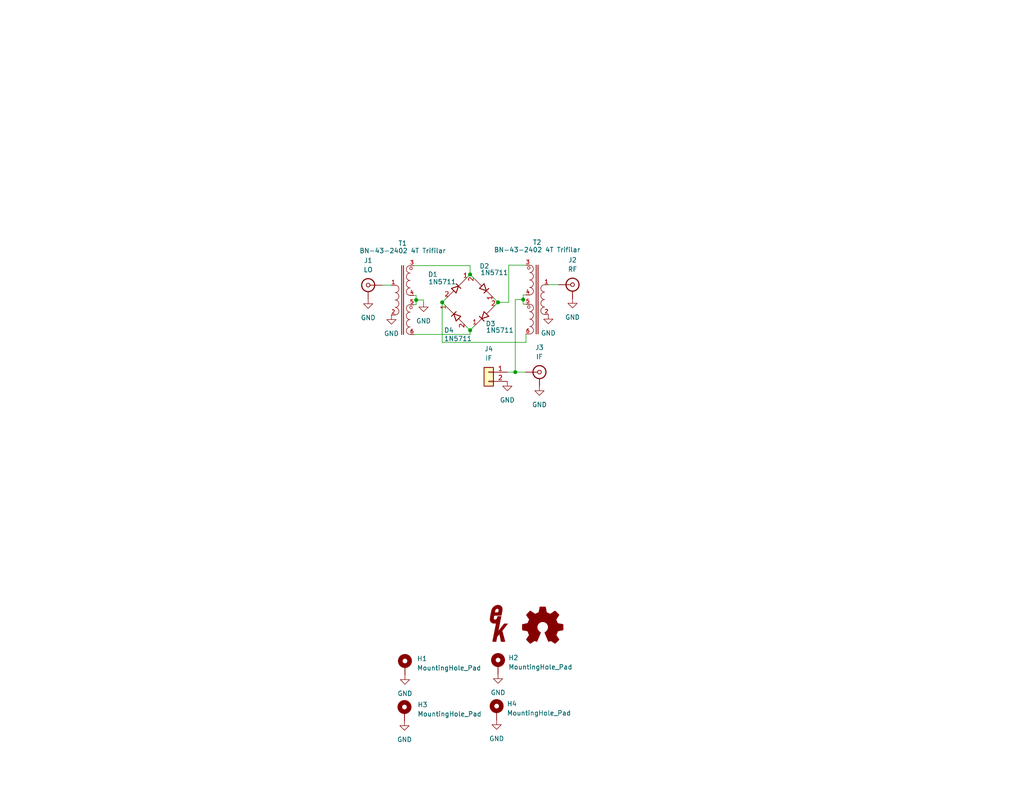
<source format=kicad_sch>
(kicad_sch (version 20230121) (generator eeschema)
  (paper "USLetter")
  (title_block (title "Project Yamhill Diode Ring Mixer") (date "2023-09-06") (rev "A") (company "Etherkit"))
  (lib_symbols
    (symbol "Connector_Generic:Conn_01x02" (pin_names (offset 1.016) hide)
      (property "Reference" "J" (at 0 2.54 0))
      (property "Value" "Conn_01x02" (at 0 -5.08 0))
      (symbol "Conn_01x02_1_1"
        (rectangle (start -1.27 -2.413) (end 0 -2.667) (stroke (width 0.1524)))
        (rectangle (start -1.27 0.127) (end 0 -0.127) (stroke (width 0.1524)))
        (rectangle (start -1.27 1.27) (end 1.27 -3.81) (stroke (width 0.254)) (fill (type background)))
        (pin passive line (at -5.08 0 0) (length 3.81) (name "Pin_1") (number "1"))
        (pin passive line (at -5.08 -2.54 0) (length 3.81) (name "Pin_2") (number "2"))
      )
    )
    (symbol "EtherkitKicadLibrary:BNC" (pin_numbers hide) (pin_names (offset 1.016) hide)
      (property "Reference" "J" (at 0 4.572 0))
      (property "Value" "BNC" (at 0 2.794 0))
      (symbol "BNC_0_1"
        (circle (center 0 0) (radius 0.508) (stroke (width 0.2032)))
        (circle (center 0 0) (radius 1.778) (stroke (width 0.3048)))
      )
      (symbol "BNC_1_1"
        (pin passive line (at -3.81 0 0) (length 3.302) (name "In") (number "1"))
        (pin passive line (at 0 -3.81 90) (length 1.905) (name "Ext") (number "2"))
      )
    )
    (symbol "EtherkitKicadLibrary:DIODE_45DEG" (pin_names (offset 0))
      (property "Reference" "D" (at 2.54 6.985 0))
      (property "Value" "Diode" (at 2.54 5.08 0))
      (symbol "DIODE_45DEG_0_1"
        (polyline (pts (xy -0.635 -0.635) (xy -2.54 -2.54)))
        (polyline (pts (xy 0 1.27) (xy 1.27 0)) (stroke (width 0.254)))
        (polyline (pts (xy 2.54 2.54) (xy 0.635 0.635)))
        (polyline (pts (xy -1.27 0) (xy 0 -1.27) (xy 0.635 0.635) (xy -1.27 0)) (stroke (width 0.254)))
      )
      (symbol "DIODE_45DEG_1_1"
        (pin passive line (at 2.54 2.54 180) (length 0) (name "~") (number "1"))
        (pin passive line (at -2.54 -2.54 0) (length 0) (name "") (number "2"))
      )
    )
    (symbol "EtherkitKicadLibrary:LOGO" (pin_names (offset 1.016))
      (symbol "LOGO_0_0"
        (polyline (pts (xy -0.7475 -4.875) (xy -0.7392 -4.83) (xy -0.7178 -4.7189) (xy -0.6879 -4.5659) (xy -0.6523 -4.3851) (xy -0.6135 -4.1903) (xy -0.5018 -3.6307) (xy -0.197 -3.2903) (xy -0.1646 -3.2542) (xy -0.0551 -3.1338) (xy 0.0366 -3.0352) (xy 0.1017 -2.9677) (xy 0.1315 -2.9408) (xy 0.1365 -2.9489) (xy 0.155 -3.0102) (xy 0.1838 -3.125) (xy 0.2211 -3.2856) (xy 0.2651 -3.4844) (xy 0.3142 -3.7137) (xy 0.3664 -3.9658) (xy 0.5778 -5) (xy 1.1222 -5) (xy 1.2378 -4.9996) (xy 1.4316 -4.9961) (xy 1.5649 -4.989) (xy 1.6419 -4.9777) (xy 1.6666 -4.9622) (xy 1.663 -4.9437) (xy 1.6438 -4.8666) (xy 1.6098 -4.7364) (xy 1.5628 -4.5598) (xy 1.5046 -4.3435) (xy 1.437 -4.0944) (xy 1.3618 -3.8192) (xy 1.2809 -3.5246) (xy 1.2287 -3.3348) (xy 1.1509 -3.0506) (xy 1.0799 -2.7894) (xy 1.0175 -2.5581) (xy 0.9656 -2.3637) (xy 0.926 -2.2129) (xy 0.9005 -2.1127) (xy 0.891 -2.0698) (xy 0.9054 -2.0396) (xy 0.9573 -1.9618) (xy 1.0423 -1.844) (xy 1.1559 -1.6925) (xy 1.2932 -1.5137) (xy 1.4495 -1.3137) (xy 1.6201 -1.099) (xy 1.7685 -0.9135) (xy 1.9293 -0.7119) (xy 2.0731 -0.5312) (xy 2.1948 -0.3776) (xy 2.2896 -0.2573) (xy 2.3525 -0.1766) (xy 2.3786 -0.1416) (xy 2.3787 -0.1415) (xy 2.3748 -0.1247) (xy 2.3346 -0.1129) (xy 2.2506 -0.1052) (xy 2.1151 -0.1012) (xy 1.9205 -0.1) (xy 1.4372 -0.1) (xy 0.6284 -1.132) (xy 0.5759 -1.1989) (xy 0.4011 -1.4209) (xy 0.2406 -1.6235) (xy 0.0987 -1.8012) (xy -0.02 -1.9484) (xy -0.1111 -2.0596) (xy -0.1701 -2.1292) (xy -0.1926 -2.1518) (xy -0.1923 -2.147) (xy -0.1832 -2.0918) (xy -0.1629 -1.9807) (xy -0.1327 -1.8203) (xy -0.0939 -1.6176) (xy -0.048 -1.3794) (xy 0.0038 -1.1127) (xy 0.0601 -0.8241) (xy 0.1194 -0.5207) (xy 0.1806 -0.2092) (xy 0.2422 0.1034) (xy 0.303 0.4104) (xy 0.3614 0.7049) (xy 0.4163 0.98) (xy 0.4662 1.2289) (xy 0.5098 1.4447) (xy 0.5457 1.6206) (xy 0.5727 1.7496) (xy 0.5893 1.825) (xy 0.6072 1.9) (xy 0.1073 1.9) (xy -0.3925 1.9) (xy -0.4342 1.675) (xy -0.499 1.4316) (xy -0.6002 1.2291) (xy -0.7342 1.0838) (xy -0.9006 0.9961) (xy -1.0987 0.9667) (xy -1.1609 0.974) (xy -1.2874 1.0299) (xy -1.3917 1.1269) (xy -1.4526 1.2482) (xy -1.4564 1.2857) (xy -1.4504 1.3934) (xy -1.4298 1.5453) (xy -1.3961 1.7283) (xy -1.3167 2.1167) (xy -0.3327 2.1255) (xy 0.6514 2.1344) (xy 0.7958 2.8849) (xy 0.8025 2.9198) (xy 0.8589 3.2262) (xy 0.8991 3.4782) (xy 0.9233 3.6852) (xy 0.9317 3.8567) (xy 0.9241 4.0019) (xy 0.9007 4.1304) (xy 0.8616 4.2514) (xy 0.8069 4.3744) (xy 0.7638 4.4545) (xy 0.6047 4.6644) (xy 0.4032 4.823) (xy 0.1589 4.9308) (xy -0.1287 4.9878) (xy -0.1579 4.9905) (xy -0.4377 4.9806) (xy -0.7232 4.9128) (xy -1.0046 4.7932) (xy -1.272 4.6277) (xy -1.5155 4.4223) (xy -1.7252 4.183) (xy -1.8913 3.9159) (xy -1.9165 3.8634) (xy -1.9482 3.787) (xy -1.9792 3.6966) (xy -2.0114 3.5851) (xy -2.0466 3.4449) (xy -2.0866 3.2687) (xy -2.1333 3.049) (xy -2.1498 2.968) (xy -1.1571 2.968) (xy -1.1549 2.9908) (xy -1.1525 2.9998) (xy -1.1352 3.0719) (xy -1.1099 3.1842) (xy -1.0812 3.3167) (xy -1.0754 3.3437) (xy -1.0195 3.5554) (xy -0.9547 3.7135) (xy -0.875 3.8295) (xy -0.7744 3.9152) (xy -0.6845 3.9662) (xy -0.5192 4.019) (xy -0.3652 4.0182) (xy -0.2331 3.9646) (xy -0.1335 3.8592) (xy -0.1289 3.8513) (xy -0.0862 3.7421) (xy -0.0719 3.6042) (xy -0.086 3.427) (xy -0.1282 3.2) (xy -0.1834 2.95) (xy -0.6776 2.9408) (xy -0.721 2.94) (xy -0.8996 2.9375) (xy -1.023 2.938) (xy -1.1007 2.9426) (xy -1.1422 2.9523) (xy -1.1571 2.968) (xy -2.1498 2.968) (xy -2.1885 2.7786) (xy -2.254 2.45) (xy -2.2784 2.3256) (xy -2.3436 1.9784) (xy -2.393 1.6859) (xy -2.4271 1.4409) (xy -2.4464 1.2359) (xy -2.4514 1.0636) (xy -2.4429 0.9165) (xy -2.4212 0.7874) (xy -2.3869 0.6687) (xy -2.3194 0.5275) (xy -2.1842 0.3503) (xy -2.0088 0.1938) (xy -1.8079 0.073) (xy -1.7593 0.0508) (xy -1.6803 0.0201) (xy -1.6007 0.0004) (xy -1.504 -0.0106) (xy -1.3737 -0.0155) (xy -1.1932 -0.0166) (xy -1.0296 -0.017) (xy -0.908 -0.0195) (xy -0.8331 -0.0256) (xy -0.7946 -0.0372) (xy -0.7822 -0.0558) (xy -0.7855 -0.0833) (xy -0.7943 -0.1252) (xy -0.8147 -0.2255) (xy -0.8455 -0.3779) (xy -0.8854 -0.5764) (xy -0.9333 -0.8146) (xy -0.9878 -1.0864) (xy -1.0478 -1.3857) (xy -1.112 -1.7062) (xy -1.1792 -2.0418) (xy -1.2481 -2.3862) (xy -1.3175 -2.7333) (xy -1.3861 -3.0769) (xy -1.4528 -3.4108) (xy -1.5163 -3.7289) (xy -1.5753 -4.0248) (xy -1.6286 -4.2926) (xy -1.675 -4.5259) (xy -1.7133 -4.7185) (xy -1.7422 -4.8644) (xy -1.7604 -4.9573) (xy -1.7667 -4.991) (xy -1.7588 -4.9926) (xy -1.6988 -4.9955) (xy -1.5893 -4.9978) (xy -1.442 -4.9994) (xy -1.2682 -5) (xy -0.7697 -5) (xy -0.7475 -4.875)) (stroke (width 0.01)) (fill (type outline)))
      )
    )
    (symbol "EtherkitKicadLibrary:TRIFILAR_TRANSFORMER" (pin_names (offset 1.016) hide)
      (property "Reference" "T" (at 0 -11.684 0))
      (property "Value" "TRANSFORMER" (at 0 -13.462 0))
      (symbol "TRIFILAR_TRANSFORMER_0_1"
        (arc (start -2.032 -4.064) (mid -1.0204 -3.048) (end -2.032 -2.032) (stroke (width 0.1524)))
        (arc (start -2.032 -2.032) (mid -1.0204 -1.016) (end -2.032 0) (stroke (width 0.1524)))
        (arc (start -2.032 0) (mid -1.0204 1.016) (end -2.032 2.032) (stroke (width 0.1524)))
        (arc (start -2.032 2.032) (mid -1.0204 3.048) (end -2.032 4.064) (stroke (width 0.1524)))
        (polyline (pts (xy -0.254 9.398) (xy -0.254 -9.398)) (stroke (width 0.2286)))
        (polyline (pts (xy 0.254 9.398) (xy 0.254 -9.398)) (stroke (width 0.2286)))
        (arc (start 2.032 -7.366) (mid 1.0204 -8.382) (end 2.032 -9.398) (stroke (width 0.1524)))
        (arc (start 2.032 -5.334) (mid 1.0204 -6.35) (end 2.032 -7.366) (stroke (width 0.1524)))
        (arc (start 2.032 -3.302) (mid 1.0204 -4.318) (end 2.032 -5.334) (stroke (width 0.1524)))
        (arc (start 2.032 -1.27) (mid 1.0204 -2.286) (end 2.032 -3.302) (stroke (width 0.1524)))
        (arc (start 2.032 3.302) (mid 1.0204 2.286) (end 2.032 1.27) (stroke (width 0.1524)))
        (arc (start 2.032 5.334) (mid 1.0204 4.318) (end 2.032 3.302) (stroke (width 0.1524)))
        (arc (start 2.032 7.366) (mid 1.0204 6.35) (end 2.032 5.334) (stroke (width 0.1524)))
        (arc (start 2.032 9.398) (mid 1.0204 8.382) (end 2.032 7.366) (stroke (width 0.1524)))
        (circle (center 2.286 -2.032) (radius 0.3592))
        (circle (center 2.286 8.636) (radius 0.3592))
      )
      (symbol "TRIFILAR_TRANSFORMER_1_1"
        (pin passive line (at -3.048 4.064 0) (length 1.016) (name "1") (number "1"))
        (pin passive line (at -3.048 -4.064 0) (length 1.016) (name "2") (number "2"))
        (pin passive line (at 3.048 9.398 180) (length 1.016) (name "3") (number "3"))
        (pin passive line (at 3.048 1.27 180) (length 1.016) (name "4") (number "4"))
        (pin passive line (at 3.048 -1.27 180) (length 1.016) (name "3") (number "5"))
        (pin passive line (at 3.048 -9.398 180) (length 1.016) (name "4") (number "6"))
      )
    )
    (symbol "Graphic:Logo_Open_Hardware_Small" (in_bom no) (on_board no)
      (symbol "Logo_Open_Hardware_Small_0_1"
        (polyline (pts (xy 3.3528 -4.3434) (xy 3.302 -4.318) (xy 3.175 -4.2418) (xy 2.9972 -4.1148) (xy 2.7686 -3.9624) (xy 2.54 -3.81) (xy 2.3622 -3.7084) (xy 2.2352 -3.6068) (xy 2.1844 -3.5814) (xy 2.159 -3.6068) (xy 2.0574 -3.6576) (xy 1.905 -3.7338) (xy 1.8034 -3.7846) (xy 1.6764 -3.8354) (xy 1.6002 -3.8354) (xy 1.6002 -3.8354) (xy 1.5494 -3.7338) (xy 1.4732 -3.5306) (xy 1.3462 -3.302) (xy 1.2446 -3.0226) (xy 1.1176 -2.7178) (xy 0.9652 -2.413) (xy 0.8636 -2.1082) (xy 0.7366 -1.8288) (xy 0.6604 -1.6256) (xy 0.6096 -1.4732) (xy 0.5842 -1.397) (xy 0.5842 -1.397) (xy 0.6604 -1.3208) (xy 0.7874 -1.2446) (xy 1.0414 -1.016) (xy 1.2954 -0.6858) (xy 1.4478 -0.3302) (xy 1.524 0.0762) (xy 1.4732 0.4572) (xy 1.3208 0.8128) (xy 1.0668 1.143) (xy 0.762 1.3716) (xy 0.4064 1.524) (xy 0 1.5748) (xy -0.381 1.5494) (xy -0.7366 1.397) (xy -1.0668 1.143) (xy -1.2192 0.9906) (xy -1.397 0.6604) (xy -1.524 0.3048) (xy -1.524 0.2286) (xy -1.4986 -0.1778) (xy -1.397 -0.5334) (xy -1.1938 -0.8636) (xy -0.9144 -1.143) (xy -0.8636 -1.1684) (xy -0.7366 -1.27) (xy -0.635 -1.3462) (xy -0.5842 -1.397) (xy -1.0668 -2.5908) (xy -1.143 -2.794) (xy -1.2954 -3.1242) (xy -1.397 -3.4036) (xy -1.4986 -3.6322) (xy -1.5748 -3.7846) (xy -1.6002 -3.8354) (xy -1.6002 -3.8354) (xy -1.651 -3.8354) (xy -1.7272 -3.81) (xy -1.905 -3.7338) (xy -2.0066 -3.683) (xy -2.1336 -3.6068) (xy -2.2098 -3.5814) (xy -2.2606 -3.6068) (xy -2.3622 -3.683) (xy -2.54 -3.81) (xy -2.7686 -3.9624) (xy -2.9718 -4.0894) (xy -3.1496 -4.2164) (xy -3.302 -4.318) (xy -3.3528 -4.3434) (xy -3.3782 -4.3434) (xy -3.429 -4.318) (xy -3.5306 -4.2164) (xy -3.7084 -4.064) (xy -3.937 -3.8354) (xy -3.9624 -3.81) (xy -4.1656 -3.6068) (xy -4.318 -3.4544) (xy -4.4196 -3.3274) (xy -4.445 -3.2766) (xy -4.445 -3.2766) (xy -4.4196 -3.2258) (xy -4.318 -3.0734) (xy -4.2164 -2.8956) (xy -4.064 -2.667) (xy -3.6576 -2.0828) (xy -3.8862 -1.5494) (xy -3.937 -1.3716) (xy -4.0386 -1.1684) (xy -4.0894 -1.0414) (xy -4.1148 -0.9652) (xy -4.191 -0.9398) (xy -4.318 -0.9144) (xy -4.5466 -0.8636) (xy -4.8006 -0.8128) (xy -5.0546 -0.7874) (xy -5.2578 -0.7366) (xy -5.4356 -0.7112) (xy -5.5118 -0.6858) (xy -5.5118 -0.6858) (xy -5.5372 -0.635) (xy -5.5372 -0.5588) (xy -5.5372 -0.4318) (xy -5.5626 -0.2286) (xy -5.5626 0.0762) (xy -5.5626 0.127) (xy -5.5372 0.4064) (xy -5.5372 0.635) (xy -5.5372 0.762) (xy -5.5372 0.8382) (xy -5.5372 0.8382) (xy -5.461 0.8382) (xy -5.3086 0.889) (xy -5.08 0.9144) (xy -4.826 0.9652) (xy -4.8006 0.9906) (xy -4.5466 1.0414) (xy -4.318 1.0668) (xy -4.1656 1.1176) (xy -4.0894 1.143) (xy -4.0894 1.143) (xy -4.0386 1.2446) (xy -3.9624 1.4224) (xy -3.8608 1.6256) (xy -3.7846 1.8288) (xy -3.7084 2.0066) (xy -3.6576 2.159) (xy -3.6322 2.2098) (xy -3.6322 2.2098) (xy -3.683 2.286) (xy -3.7592 2.413) (xy -3.8862 2.5908) (xy -4.064 2.8194) (xy -4.064 2.8448) (xy -4.2164 3.0734) (xy -4.3434 3.2512) (xy -4.4196 3.3782) (xy -4.445 3.4544) (xy -4.445 3.4544) (xy -4.3942 3.5052) (xy -4.2926 3.6322) (xy -4.1148 3.81) (xy -3.937 4.0132) (xy -3.8608 4.064) (xy -3.6576 4.2926) (xy -3.5052 4.4196) (xy -3.4036 4.4958) (xy -3.3528 4.5212) (xy -3.3528 4.5212) (xy -3.302 4.4704) (xy -3.1496 4.3688) (xy -2.9718 4.2418) (xy -2.7432 4.0894) (xy -2.7178 4.0894) (xy -2.4892 3.937) (xy -2.3114 3.81) (xy -2.1844 3.7084) (xy -2.1336 3.683) (xy -2.1082 3.683) (xy -2.032 3.7084) (xy -1.8542 3.7592) (xy -1.6764 3.8354) (xy -1.4732 3.937) (xy -1.27 4.0132) (xy -1.143 4.064) (xy -1.0668 4.1148) (xy -1.0668 4.1148) (xy -1.0414 4.191) (xy -1.016 4.3434) (xy -0.9652 4.572) (xy -0.9144 4.8514) (xy -0.889 4.9022) (xy -0.8382 5.1562) (xy -0.8128 5.3848) (xy -0.7874 5.5372) (xy -0.762 5.588) (xy -0.7112 5.6134) (xy -0.5842 5.6134) (xy -0.4064 5.6134) (xy -0.1524 5.6134) (xy 0.0762 5.6134) (xy 0.3302 5.6134) (xy 0.5334 5.6134) (xy 0.6858 5.588) (xy 0.7366 5.588) (xy 0.7366 5.588) (xy 0.762 5.5118) (xy 0.8128 5.334) (xy 0.8382 5.1054) (xy 0.9144 4.826) (xy 0.9144 4.7752) (xy 0.9652 4.5212) (xy 1.016 4.2926) (xy 1.0414 4.1402) (xy 1.0668 4.0894) (xy 1.0668 4.0894) (xy 1.1938 4.0386) (xy 1.3716 3.9624) (xy 1.5748 3.8608) (xy 2.0828 3.6576) (xy 2.7178 4.0894) (xy 2.7686 4.1402) (xy 2.9972 4.2926) (xy 3.175 4.4196) (xy 3.302 4.4958) (xy 3.3782 4.5212) (xy 3.3782 4.5212) (xy 3.429 4.4704) (xy 3.556 4.3434) (xy 3.7338 4.191) (xy 3.9116 3.9878) (xy 4.064 3.8354) (xy 4.2418 3.6576) (xy 4.3434 3.556) (xy 4.4196 3.4798) (xy 4.4196 3.429) (xy 4.4196 3.4036) (xy 4.3942 3.3274) (xy 4.2926 3.2004) (xy 4.1656 2.9972) (xy 4.0132 2.794) (xy 3.8862 2.5908) (xy 3.7592 2.3876) (xy 3.6576 2.2352) (xy 3.6322 2.159) (xy 3.6322 2.1336) (xy 3.683 2.0066) (xy 3.7592 1.8288) (xy 3.8608 1.6002) (xy 4.064 1.1176) (xy 4.3942 1.0414) (xy 4.5974 1.016) (xy 4.8768 0.9652) (xy 5.1308 0.9144) (xy 5.5372 0.8382) (xy 5.5626 -0.6604) (xy 5.4864 -0.6858) (xy 5.4356 -0.6858) (xy 5.2832 -0.7366) (xy 5.0546 -0.762) (xy 4.8006 -0.8128) (xy 4.5974 -0.8636) (xy 4.3688 -0.9144) (xy 4.2164 -0.9398) (xy 4.1402 -0.9398) (xy 4.1148 -0.9652) (xy 4.064 -1.0668) (xy 3.9878 -1.2446) (xy 3.9116 -1.4478) (xy 3.81 -1.651) (xy 3.7338 -1.8542) (xy 3.683 -2.0066) (xy 3.6576 -2.0828) (xy 3.683 -2.1336) (xy 3.7846 -2.2606) (xy 3.8862 -2.4638) (xy 4.0386 -2.667) (xy 4.191 -2.8956) (xy 4.318 -3.0734) (xy 4.3942 -3.2004) (xy 4.445 -3.2766) (xy 4.4196 -3.3274) (xy 4.3434 -3.429) (xy 4.1656 -3.5814) (xy 3.937 -3.8354) (xy 3.8862 -3.8608) (xy 3.683 -4.064) (xy 3.5306 -4.2164) (xy 3.4036 -4.318) (xy 3.3528 -4.3434)) (fill (type outline)))
      )
    )
    (symbol "Mechanical:MountingHole_Pad" (pin_numbers hide) (pin_names (offset 1.016) hide)
      (property "Reference" "H" (at 0 6.35 0))
      (property "Value" "MountingHole_Pad" (at 0 4.445 0))
      (symbol "MountingHole_Pad_0_1"
        (circle (center 0 1.27) (radius 1.27) (stroke (width 1.27)))
      )
      (symbol "MountingHole_Pad_1_1"
        (pin input line (at 0 -2.54 90) (length 2.54) (name "1") (number "1"))
      )
    )
    (symbol "power:GND" (power) (pin_names (offset 0))
      (property "Value" "GND" (at 0 -3.81 0))
      (symbol "GND_0_1"
        (polyline (pts (xy 0 0) (xy 0 -1.27) (xy 1.27 -1.27) (xy 0 -2.54) (xy -1.27 -1.27) (xy 0 -1.27)))
      )
      (symbol "GND_1_1"
        (pin power_in line (at 0 0 270) (length 0) hide (name "GND") (number "1"))
      )
    )
  )
  (junction (at 120.65 82.55))
  (junction (at 113.538 81.915))
  (junction (at 135.89 82.55))
  (junction (at 142.748 81.788))
  (junction (at 128.27 74.93))
  (junction (at 128.27 90.17))
  (junction (at 140.589 101.6))
  (wire (pts (xy 128.27 91.313) (xy 128.27 90.17)))
  (wire (pts (xy 128.27 74.93) (xy 129.54 76.2)))
  (wire (pts (xy 134.62 81.28) (xy 135.89 82.55)))
  (wire (pts (xy 143.51 91.186) (xy 143.51 93.472)))
  (wire (pts (xy 143.51 72.39) (xy 138.811 72.39)))
  (wire (pts (xy 143.51 93.472) (xy 120.65 93.472)))
  (wire (pts (xy 143.383 101.6) (xy 140.589 101.6)))
  (wire (pts (xy 135.89 82.55) (xy 134.62 83.82)))
  (wire (pts (xy 142.748 83.058) (xy 143.51 83.058)))
  (wire (pts (xy 138.43 101.6) (xy 140.589 101.6)))
  (wire (pts (xy 115.57 81.915) (xy 113.538 81.915)))
  (wire (pts (xy 113.538 81.915) (xy 113.538 83.185)))
  (wire (pts (xy 112.903 72.517) (xy 128.27 72.517)))
  (wire (pts (xy 113.538 80.645) (xy 113.538 81.915)))
  (wire (pts (xy 120.65 93.472) (xy 120.65 82.55)))
  (wire (pts (xy 140.589 81.788) (xy 142.748 81.788)))
  (wire (pts (xy 138.811 72.39) (xy 138.811 82.55)))
  (wire (pts (xy 127 76.2) (xy 128.27 74.93)))
  (wire (pts (xy 128.27 90.17) (xy 127 88.9)))
  (wire (pts (xy 142.748 81.788) (xy 142.748 83.058)))
  (wire (pts (xy 128.27 90.17) (xy 129.54 88.9)))
  (wire (pts (xy 113.538 83.185) (xy 112.903 83.185)))
  (wire (pts (xy 112.903 91.313) (xy 128.27 91.313)))
  (wire (pts (xy 142.748 80.518) (xy 142.748 81.788)))
  (wire (pts (xy 138.811 82.55) (xy 135.89 82.55)))
  (wire (pts (xy 115.57 82.55) (xy 115.57 81.915)))
  (wire (pts (xy 104.267 77.851) (xy 106.807 77.851)))
  (wire (pts (xy 120.65 82.55) (xy 121.92 81.28)))
  (wire (pts (xy 128.27 72.517) (xy 128.27 74.93)))
  (wire (pts (xy 140.589 101.6) (xy 140.589 81.788)))
  (wire (pts (xy 112.903 80.645) (xy 113.538 80.645)))
  (wire (pts (xy 149.606 77.724) (xy 152.4 77.724)))
  (wire (pts (xy 143.51 80.518) (xy 142.748 80.518)))
  (wire (pts (xy 120.65 82.55) (xy 121.92 83.82)))
  (symbol (lib_id "power:GND") (at 156.21 81.534 0) (unit 1)
    (property "Reference" "#PWR08" (effects hide))
    (property "Value" "GND" (at 156.21 86.614 0))
  )
  (symbol (lib_id "power:GND") (at 100.457 81.661 0) (unit 1)
    (property "Reference" "#PWR010" (effects hide))
    (property "Value" "GND" (at 100.457 86.741 0))
  )
  (symbol (lib_id "power:GND") (at 147.193 105.41 0) (unit 1)
    (property "Reference" "#PWR09" (effects hide))
    (property "Value" "GND" (at 147.193 110.49 0))
  )
  (symbol (lib_id "EtherkitKicadLibrary:TRIFILAR_TRANSFORMER") (at 109.855 81.915 0) (unit 1)
    (property "Reference" "T1" (at 109.855 66.421 0))
    (property "Value" "BN-43-2402 4T Trifilar" (at 109.855 68.453 0))
    (property "Footprint" "EtherkitKicadLibrary:BN2402_TRIFILAR" (effects hide))
  )
  (symbol (lib_id "Graphic:Logo_Open_Hardware_Small") (at 148.082 171.323 0) (unit 1) (in_bom no) (on_board no)
    (property "Reference" "#SYM1" (effects hide))
    (property "Value" "Logo_Open_Hardware_Small" (effects hide))
    (property "Footprint" "EtherkitKicadLibrary:OSHWLogo4mm" (effects hide))
    (property "Sim.Enable" "0" (effects hide))
  )
  (symbol (lib_id "EtherkitKicadLibrary:BNC") (at 156.21 77.724 0) (unit 1)
    (property "Reference" "J2" (at 156.21 70.993 0))
    (property "Value" "RF" (at 156.21 73.533 0))
    (property "Footprint" "EtherkitKicadLibrary:SMA_Jack_Vertical" (effects hide))
  )
  (symbol (lib_id "EtherkitKicadLibrary:TRIFILAR_TRANSFORMER") (at 146.558 81.788 0) (mirror y) (unit 1)
    (property "Reference" "T2" (at 146.558 66.167 0))
    (property "Value" "BN-43-2402 4T Trifilar" (at 146.558 68.199 0))
    (property "Footprint" "EtherkitKicadLibrary:BN2402_TRIFILAR" (effects hide))
  )
  (symbol (lib_id "Mechanical:MountingHole_Pad") (at 110.49 181.737 0) (unit 1)
    (property "Reference" "H1" (at 113.792 179.832 0) (effects (justify left)))
    (property "Value" "MountingHole_Pad" (at 113.792 182.372 0) (effects (justify left)))
    (property "Footprint" "MountingHole:MountingHole_3.2mm_M3_Pad_Via" (effects hide))
  )
  (symbol (lib_id "EtherkitKicadLibrary:LOGO") (at 136.144 170.18 0) (unit 1)
    (property "Reference" "#G1" (effects hide))
    (property "Value" "LOGO" (effects hide))
    (property "Footprint" "EtherkitKicadLibrary:EtherkitLogoSmall" (effects hide))
  )
  (symbol (lib_id "EtherkitKicadLibrary:DIODE_45DEG") (at 124.46 78.74 0) (unit 1)
    (property "Reference" "D1" (at 118.11 74.93 0))
    (property "Value" "1N5711" (at 120.65 76.962 0))
    (property "Footprint" "Diode_THT:D_DO-35_SOD27_P7.62mm_Horizontal" (effects hide))
  )
  (symbol (lib_id "power:GND") (at 135.89 184.023 0) (unit 1)
    (property "Reference" "#PWR03" (effects hide))
    (property "Value" "GND" (at 135.89 189.103 0))
  )
  (symbol (lib_id "EtherkitKicadLibrary:DIODE_45DEG") (at 132.08 86.36 180) (unit 1)
    (property "Reference" "D3" (at 133.858 88.392 0))
    (property "Value" "1N5711" (at 136.398 90.17 0))
    (property "Footprint" "Diode_THT:D_DO-35_SOD27_P7.62mm_Horizontal" (effects hide))
  )
  (symbol (lib_id "EtherkitKicadLibrary:BNC") (at 147.193 101.6 0) (unit 1)
    (property "Reference" "J3" (at 147.193 94.869 0))
    (property "Value" "IF" (at 147.193 97.409 0))
    (property "Footprint" "EtherkitKicadLibrary:SMA_Jack_Vertical" (effects hide))
  )
  (symbol (lib_id "power:GND") (at 138.43 104.14 0) (unit 1)
    (property "Reference" "#PWR011" (effects hide))
    (property "Value" "GND" (at 138.43 109.22 0))
  )
  (symbol (lib_id "EtherkitKicadLibrary:DIODE_45DEG") (at 124.46 86.36 90) (unit 1)
    (property "Reference" "D4" (at 121.158 90.17 90) (effects (justify right)))
    (property "Value" "1N5711" (at 121.158 92.456 90) (effects (justify right)))
    (property "Footprint" "Diode_THT:D_DO-35_SOD27_P7.62mm_Horizontal" (effects hide))
  )
  (symbol (lib_id "EtherkitKicadLibrary:DIODE_45DEG") (at 132.08 78.74 270) (unit 1)
    (property "Reference" "D2" (at 130.81 72.644 90) (effects (justify left)))
    (property "Value" "1N5711" (at 131.064 74.422 90) (effects (justify left)))
    (property "Footprint" "Diode_THT:D_DO-35_SOD27_P7.62mm_Horizontal" (effects hide))
  )
  (symbol (lib_id "power:GND") (at 110.49 184.277 0) (unit 1)
    (property "Reference" "#PWR01" (effects hide))
    (property "Value" "GND" (at 110.49 189.357 0))
  )
  (symbol (lib_id "power:GND") (at 106.807 85.979 0) (unit 1)
    (property "Reference" "#PWR06" (effects hide))
    (property "Value" "GND" (at 106.807 91.059 0))
  )
  (symbol (lib_id "power:GND") (at 110.363 196.85 0) (unit 1)
    (property "Reference" "#PWR02" (effects hide))
    (property "Value" "GND" (at 110.363 201.93 0))
  )
  (symbol (lib_id "Mechanical:MountingHole_Pad") (at 110.363 194.31 0) (unit 1)
    (property "Reference" "H3" (at 113.919 192.405 0) (effects (justify left)))
    (property "Value" "MountingHole_Pad" (at 113.919 194.945 0) (effects (justify left)))
    (property "Footprint" "MountingHole:MountingHole_3.2mm_M3_Pad_Via" (effects hide))
  )
  (symbol (lib_id "EtherkitKicadLibrary:BNC") (at 100.457 77.851 0) (mirror y) (unit 1)
    (property "Reference" "J1" (at 100.457 71.12 0))
    (property "Value" "LO" (at 100.457 73.66 0))
    (property "Footprint" "EtherkitKicadLibrary:SMA_Jack_Vertical" (effects hide))
  )
  (symbol (lib_id "Connector_Generic:Conn_01x02") (at 133.35 101.6 0) (mirror y) (unit 1)
    (property "Reference" "J4" (at 133.35 95.25 0))
    (property "Value" "IF" (at 133.35 97.79 0))
    (property "Footprint" "Connector_PinHeader_2.54mm:PinHeader_1x02_P2.54mm_Vertical" (effects hide))
  )
  (symbol (lib_id "power:GND") (at 135.509 196.596 0) (unit 1)
    (property "Reference" "#PWR04" (effects hide))
    (property "Value" "GND" (at 135.509 201.676 0))
  )
  (symbol (lib_id "power:GND") (at 115.57 82.55 0) (unit 1)
    (property "Reference" "#PWR05" (effects hide))
    (property "Value" "GND" (at 115.57 87.63 0))
  )
  (symbol (lib_id "Mechanical:MountingHole_Pad") (at 135.509 194.056 0) (unit 1)
    (property "Reference" "H4" (at 138.303 192.151 0) (effects (justify left)))
    (property "Value" "MountingHole_Pad" (at 138.303 194.691 0) (effects (justify left)))
    (property "Footprint" "MountingHole:MountingHole_3.2mm_M3_Pad_Via" (effects hide))
  )
  (symbol (lib_id "power:GND") (at 149.606 85.852 0) (unit 1)
    (property "Reference" "#PWR07" (effects hide))
    (property "Value" "GND" (at 149.606 90.932 0))
  )
  (symbol (lib_id "Mechanical:MountingHole_Pad") (at 135.89 181.483 0) (unit 1)
    (property "Reference" "H2" (at 138.684 179.578 0) (effects (justify left)))
    (property "Value" "MountingHole_Pad" (at 138.684 182.118 0) (effects (justify left)))
    (property "Footprint" "MountingHole:MountingHole_3.2mm_M3_Pad_Via" (effects hide))
  )
)
</source>
